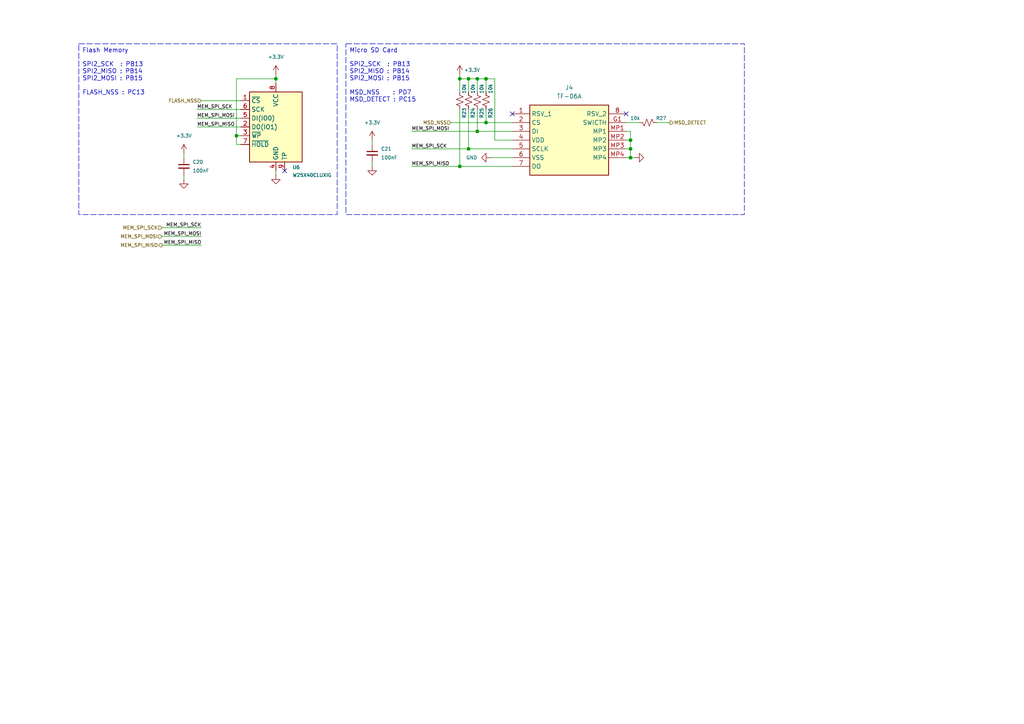
<source format=kicad_sch>
(kicad_sch (version 20250114) (generator "eeschema") (generator_version "9.0")
  (paper "A4")
  (title_block (title "STM32 Flight Controller") (date "2025-06-23") (rev "2.0.0 (WIP)") (company "NARAE") (comment 1 "INHA Univ. Areo-modelling Club") (comment 2 "2024 Winter UAV Project ") (comment 3 "Reversion 2"))
  (lib_symbols
    (symbol "Device:C_Small" (pin_numbers (hide yes)) (pin_names (offset 0.254) (hide yes))
      (property "Reference" "C" (at 0.254 1.778 0))
      (property "Value" "C_Small" (at 0.254 -2.032 0))
      (symbol "C_Small_0_1"
        (polyline (pts (xy -1.524 0.508) (xy 1.524 0.508)) (stroke (width 0.3048)))
        (polyline (pts (xy -1.524 -0.508) (xy 1.524 -0.508)) (stroke (width 0.3302)))
      )
      (symbol "C_Small_1_1"
        (pin passive line (at 0 2.54 270) (length 2.032) (name "~") (number "1"))
        (pin passive line (at 0 -2.54 90) (length 2.032) (name "~") (number "2"))
      )
    )
    (symbol "Device:R_Small_US" (pin_numbers (hide yes)) (pin_names (offset 0.254) (hide yes))
      (property "Reference" "R" (at 0.762 0.508 0))
      (property "Value" "R_Small_US" (at 0.762 -1.016 0))
      (symbol "R_Small_US_1_1"
        (polyline (pts (xy 0 1.524) (xy 1.016 1.143) (xy 0 0.762) (xy -1.016 0.381) (xy 0 0)))
        (polyline (pts (xy 0 0) (xy 1.016 -0.381) (xy 0 -0.762) (xy -1.016 -1.143) (xy 0 -1.524)))
        (pin passive line (at 0 2.54 270) (length 1.016) (name "~") (number "1"))
        (pin passive line (at 0 -2.54 90) (length 1.016) (name "~") (number "2"))
      )
    )
    (symbol "TF-06A:TF-06A"
      (property "Reference" "J" (at 29.21 7.62 0))
      (property "Value" "TF-06A" (at 29.21 5.08 0))
      (symbol "TF-06A_1_1"
        (rectangle (start 5.08 2.54) (end 27.94 -17.78) (stroke (width 0.254)) (fill (type background)))
        (pin passive line (at 0 0 0) (length 5.08) (name "RSV_1") (number "1"))
        (pin passive line (at 0 -2.54 0) (length 5.08) (name "CS") (number "2"))
        (pin passive line (at 0 -5.08 0) (length 5.08) (name "DI") (number "3"))
        (pin passive line (at 0 -7.62 0) (length 5.08) (name "VDD") (number "4"))
        (pin passive line (at 0 -10.16 0) (length 5.08) (name "SCLK") (number "5"))
        (pin passive line (at 0 -12.7 0) (length 5.08) (name "VSS") (number "6"))
        (pin passive line (at 0 -15.24 0) (length 5.08) (name "DO") (number "7"))
        (pin passive line (at 33.02 0 180) (length 5.08) (name "RSV_2") (number "8"))
        (pin passive line (at 33.02 -2.54 180) (length 5.08) (name "SWICTH") (number "G1"))
        (pin passive line (at 33.02 -5.08 180) (length 5.08) (name "MP1") (number "MP1"))
        (pin passive line (at 33.02 -7.62 180) (length 5.08) (name "MP2") (number "MP2"))
        (pin passive line (at 33.02 -10.16 180) (length 5.08) (name "MP3") (number "MP3"))
        (pin passive line (at 33.02 -12.7 180) (length 5.08) (name "MP4") (number "MP4"))
      )
    )
    (symbol "W25X40CLUX:W25X40CLUX"
      (property "Reference" "U" (at 0 0 0))
      (symbol "W25X40CLUX_0_1"
        (rectangle (start -7.62 10.16) (end 7.62 -10.16) (stroke (width 0.254)) (fill (type background)))
      )
      (symbol "W25X40CLUX_1_1"
        (pin input line (at -10.16 7.62 0) (length 2.54) (name "~{CS}") (number "1"))
        (pin input line (at -10.16 5.08 0) (length 2.54) (name "SCK") (number "6"))
        (pin bidirectional line (at -10.16 2.54 0) (length 2.54) (name "DI(IO0)") (number "5"))
        (pin bidirectional line (at -10.16 0 0) (length 2.54) (name "DO(IO1)") (number "2"))
        (pin bidirectional line (at -10.16 -2.54 0) (length 2.54) (name "~{WP}") (number "3"))
        (pin bidirectional line (at -10.16 -5.08 0) (length 2.54) (name "~{HOLD}") (number "7"))
        (pin power_in line (at 0 12.7 270) (length 2.54) (name "VCC") (number "8"))
        (pin power_in line (at 0 -12.7 90) (length 2.54) (name "GND") (number "4"))
        (pin power_in line (at 2.54 -12.7 90) (length 2.54) (name "TP") (number "9"))
      )
    )
    (symbol "power:+3.3V" (power) (pin_numbers (hide yes)) (pin_names (offset 0) (hide yes))
      (property "Value" "+3.3V" (at 0 3.556 0))
      (symbol "+3.3V_0_1"
        (polyline (pts (xy -0.762 1.27) (xy 0 2.54)))
        (polyline (pts (xy 0 2.54) (xy 0.762 1.27)))
        (polyline (pts (xy 0 0) (xy 0 2.54)))
      )
      (symbol "+3.3V_1_1"
        (pin power_in line (at 0 0 90) (length 0) (name "~") (number "1"))
      )
    )
    (symbol "power:GND" (power) (pin_numbers (hide yes)) (pin_names (offset 0) (hide yes))
      (property "Value" "GND" (at 0 -3.81 0))
      (symbol "GND_0_1"
        (polyline (pts (xy 0 0) (xy 0 -1.27) (xy 1.27 -1.27) (xy 0 -2.54) (xy -1.27 -1.27) (xy 0 -1.27)))
      )
      (symbol "GND_1_1"
        (pin power_in line (at 0 0 270) (length 0) (name "~") (number "1"))
      )
    )
  )
  (rectangle (start 22.86 12.7) (end 97.79 62.23) (stroke (width 0) (type dash)))
  (rectangle (start 100.33 12.7) (end 215.9 62.23) (stroke (width 0) (type dash)))
  (text "Micro SD Card" (at 101.346 15.494 0) (effects (font (size 1.27 1.27)) (justify left bottom)))
  (text "SPI2_SCK  : PB13\nSPI2_MISO : PB14\nSPI2_MOSI : PB15\n\nFLASH_NSS : PC13" (at 23.876 18.034 0) (effects (font (size 1.27 1.27)) (justify left top)))
  (text "Flash Memory" (at 23.876 15.494 0) (effects (font (size 1.27 1.27)) (justify left bottom)))
  (text "SPI2_SCK  : PB13\nSPI2_MISO : PB14\nSPI2_MOSI : PB15\n\nMSD_NSS    : PD7\nMSD_DETECT : PC15" (at 101.346 18.034 0) (effects (font (size 1.27 1.27)) (justify left top)))
  (junction (at 80.01 22.86))
  (junction (at 135.89 43.18))
  (junction (at 138.43 38.1))
  (junction (at 133.35 22.86))
  (junction (at 182.88 43.18))
  (junction (at 140.97 35.56))
  (junction (at 138.43 22.86))
  (junction (at 182.88 40.64))
  (junction (at 135.89 22.86))
  (junction (at 133.35 48.26))
  (junction (at 140.97 22.86))
  (junction (at 68.58 39.37))
  (junction (at 182.88 45.72))
  (no_connect (at 148.59 33.02))
  (no_connect (at 82.55 49.53))
  (no_connect (at 181.61 33.02))
  (wire (pts (xy 182.88 38.1) (xy 182.88 40.64)))
  (wire (pts (xy 133.35 22.86) (xy 133.35 26.67)))
  (wire (pts (xy 181.61 43.18) (xy 182.88 43.18)))
  (wire (pts (xy 133.35 48.26) (xy 148.59 48.26)))
  (wire (pts (xy 138.43 22.86) (xy 140.97 22.86)))
  (wire (pts (xy 46.99 66.04) (xy 58.42 66.04)))
  (wire (pts (xy 138.43 38.1) (xy 148.59 38.1)))
  (wire (pts (xy 68.58 22.86) (xy 80.01 22.86)))
  (wire (pts (xy 142.24 45.72) (xy 148.59 45.72)))
  (wire (pts (xy 143.51 40.64) (xy 143.51 22.86)))
  (wire (pts (xy 182.88 43.18) (xy 182.88 45.72)))
  (wire (pts (xy 140.97 35.56) (xy 148.59 35.56)))
  (wire (pts (xy 119.38 38.1) (xy 138.43 38.1)))
  (wire (pts (xy 119.38 48.26) (xy 133.35 48.26)))
  (wire (pts (xy 181.61 45.72) (xy 182.88 45.72)))
  (wire (pts (xy 130.81 35.56) (xy 140.97 35.56)))
  (wire (pts (xy 58.42 29.21) (xy 69.85 29.21)))
  (wire (pts (xy 68.58 22.86) (xy 68.58 39.37)))
  (wire (pts (xy 57.15 36.83) (xy 69.85 36.83)))
  (wire (pts (xy 107.95 46.99) (xy 107.95 48.26)))
  (wire (pts (xy 80.01 21.59) (xy 80.01 22.86)))
  (wire (pts (xy 135.89 43.18) (xy 148.59 43.18)))
  (wire (pts (xy 68.58 41.91) (xy 68.58 39.37)))
  (wire (pts (xy 133.35 31.75) (xy 133.35 48.26)))
  (wire (pts (xy 140.97 22.86) (xy 143.51 22.86)))
  (wire (pts (xy 138.43 22.86) (xy 138.43 26.67)))
  (wire (pts (xy 181.61 40.64) (xy 182.88 40.64)))
  (wire (pts (xy 135.89 22.86) (xy 135.89 26.67)))
  (wire (pts (xy 69.85 39.37) (xy 68.58 39.37)))
  (wire (pts (xy 181.61 38.1) (xy 182.88 38.1)))
  (wire (pts (xy 190.5 35.56) (xy 194.31 35.56)))
  (wire (pts (xy 135.89 22.86) (xy 138.43 22.86)))
  (wire (pts (xy 182.88 45.72) (xy 184.15 45.72)))
  (wire (pts (xy 138.43 31.75) (xy 138.43 38.1)))
  (wire (pts (xy 69.85 41.91) (xy 68.58 41.91)))
  (wire (pts (xy 53.34 50.8) (xy 53.34 52.07)))
  (wire (pts (xy 57.15 34.29) (xy 69.85 34.29)))
  (wire (pts (xy 80.01 49.53) (xy 80.01 50.8)))
  (wire (pts (xy 133.35 22.86) (xy 135.89 22.86)))
  (wire (pts (xy 133.35 21.59) (xy 133.35 22.86)))
  (wire (pts (xy 140.97 31.75) (xy 140.97 35.56)))
  (wire (pts (xy 185.42 35.56) (xy 181.61 35.56)))
  (wire (pts (xy 107.95 41.91) (xy 107.95 40.64)))
  (wire (pts (xy 182.88 40.64) (xy 182.88 43.18)))
  (wire (pts (xy 46.99 68.58) (xy 58.42 68.58)))
  (wire (pts (xy 119.38 43.18) (xy 135.89 43.18)))
  (wire (pts (xy 148.59 40.64) (xy 143.51 40.64)))
  (wire (pts (xy 46.99 71.12) (xy 58.42 71.12)))
  (wire (pts (xy 57.15 31.75) (xy 69.85 31.75)))
  (wire (pts (xy 53.34 45.72) (xy 53.34 44.45)))
  (wire (pts (xy 80.01 22.86) (xy 80.01 24.13)))
  (wire (pts (xy 135.89 31.75) (xy 135.89 43.18)))
  (wire (pts (xy 140.97 22.86) (xy 140.97 26.67)))
  (label "MEM_SPI_MISO" (at 57.15 36.83 0) (effects (font (size 1 1))))
  (label "MEM_SPI_SCK" (at 119.38 43.18 0) (effects (font (size 1 1))))
  (label "MEM_SPI_MOSI" (at 119.38 38.1 0) (effects (font (size 1 1))))
  (label "MEM_SPI_SCK" (at 57.15 31.75 0) (effects (font (size 1 1))))
  (label "MEM_SPI_SCK" (at 58.42 66.04 180) (effects (font (size 1 1))))
  (label "MEM_SPI_MOSI" (at 57.15 34.29 0) (effects (font (size 1 1))))
  (label "MEM_SPI_MISO" (at 58.42 71.12 180) (effects (font (size 1 1))))
  (label "MEM_SPI_MOSI" (at 58.42 68.58 180) (effects (font (size 1 1))))
  (label "MEM_SPI_MISO" (at 119.38 48.26 0) (effects (font (size 1 1))))
  (hierarchical_label "MEM_SPI_MOSI" (shape input) (at 46.99 68.58 180) (effects (font (size 1 1))))
  (hierarchical_label "MEM_SPI_MISO" (shape output) (at 46.99 71.12 180) (effects (font (size 1 1))))
  (hierarchical_label "MSD_DETECT" (shape output) (at 194.31 35.56 0) (effects (font (size 1 1))))
  (hierarchical_label "MEM_SPI_SCK" (shape input) (at 46.99 66.04 180) (effects (font (size 1 1))))
  (hierarchical_label "MSD_NSS" (shape input) (at 130.81 35.56 180) (effects (font (size 1 1))))
  (hierarchical_label "FLASH_NSS" (shape input) (at 58.42 29.21 180) (effects (font (size 1 1))))
  (symbol (lib_id "Device:R_Small_US") (at 138.43 29.21 0) (unit 1)
    (property "Reference" "R25" (at 139.7 31.242 90) (effects (font (size 1 1)) (justify right)))
    (property "Value" "10k" (at 139.7 27.178 90) (effects (font (size 1 1)) (justify left)))
    (property "Footprint" "Resistor_SMD:R_0402_1005Metric" (effects (hide yes)))
    (property "Description" "Resistor, small US symbol" (effects (hide yes)))
    (property "LCSC" "C25531" (effects (hide yes)))
  )
  (symbol (lib_id "power:+3.3V") (at 53.34 44.45 0) (unit 1)
    (property "Reference" "#PWR054" (effects (hide yes)))
    (property "Value" "+3.3V" (at 53.34 39.37 0) (effects (font (size 1 1))))
    (property "Description" "Power symbol creates a global label with name \"+3.3V\"" (effects (hide yes)))
  )
  (symbol (lib_id "Device:R_Small_US") (at 187.96 35.56 270) (mirror x) (unit 1)
    (property "Reference" "R27" (at 190.246 34.29 90) (effects (font (size 1 1)) (justify left)))
    (property "Value" "10k" (at 185.674 34.29 90) (effects (font (size 1 1)) (justify right)))
    (property "Footprint" "Resistor_SMD:R_0402_1005Metric" (effects (hide yes)))
    (property "Description" "Resistor, small US symbol" (effects (hide yes)))
    (property "LCSC" "C25531" (effects (hide yes)))
  )
  (symbol (lib_id "power:GND") (at 107.95 48.26 0) (unit 1)
    (property "Reference" "#PWR059" (effects (hide yes)))
    (property "Value" "GND" (effects (hide yes)))
    (property "Description" "Power symbol creates a global label with name \"GND\" , ground" (effects (hide yes)))
  )
  (symbol (lib_id "power:GND") (at 53.34 52.07 0) (unit 1)
    (property "Reference" "#PWR055" (effects (hide yes)))
    (property "Value" "GND" (effects (hide yes)))
    (property "Description" "Power symbol creates a global label with name \"GND\" , ground" (effects (hide yes)))
  )
  (symbol (lib_id "power:GND") (at 184.15 45.72 90) (unit 1)
    (property "Reference" "#PWR062" (effects (hide yes)))
    (property "Value" "GND" (effects (hide yes)))
    (property "Description" "Power symbol creates a global label with name \"GND\" , ground" (effects (hide yes)))
  )
  (symbol (lib_id "Device:R_Small_US") (at 135.89 29.21 0) (unit 1)
    (property "Reference" "R24" (at 137.16 31.242 90) (effects (font (size 1 1)) (justify right)))
    (property "Value" "10k" (at 137.16 27.178 90) (effects (font (size 1 1)) (justify left)))
    (property "Footprint" "Resistor_SMD:R_0402_1005Metric" (effects (hide yes)))
    (property "Description" "Resistor, small US symbol" (effects (hide yes)))
    (property "LCSC" "C25531" (effects (hide yes)))
  )
  (symbol (lib_id "Device:R_Small_US") (at 133.35 29.21 0) (unit 1)
    (property "Reference" "R23" (at 134.62 31.242 90) (effects (font (size 1 1)) (justify right)))
    (property "Value" "10k" (at 134.62 27.178 90) (effects (font (size 1 1)) (justify left)))
    (property "Footprint" "Resistor_SMD:R_0402_1005Metric" (effects (hide yes)))
    (property "Description" "Resistor, small US symbol" (effects (hide yes)))
    (property "LCSC" "C25531" (effects (hide yes)))
  )
  (symbol (lib_id "TF-06A:TF-06A") (at 148.59 33.02 0) (unit 1)
    (property "Reference" "J4" (at 165.1 25.4 0))
    (property "Value" "TF-06A" (at 165.1 27.94 0))
    (property "Footprint" "TF06A" (effects (hide yes)))
    (property "Datasheet" "https://datasheet.lcsc.com/lcsc/2007171934_Korean-Hroparts-Elec-TF-06A_C693844.pdf" (effects (hide yes)))
    (property "Description" "-40+85 1.5mm Deck MicroSD card (TF card) Pluggable SMD  SD Card Connectors ROHS" (effects (hide yes)))
    (property "Height" "1.6" (effects (hide yes)))
    (property "Manufacturer_Name" "Korean Hroparts Elec" (effects (hide yes)))
    (property "Manufacturer_Part_Number" "TF-06A" (effects (hide yes)))
    (property "LCSC" "C693844" (effects (hide yes)))
  )
  (symbol (lib_id "power:+3.3V") (at 80.01 21.59 0) (unit 1)
    (property "Reference" "#PWR056" (effects (hide yes)))
    (property "Value" "+3.3V" (at 80.01 16.51 0) (effects (font (size 1 1))))
    (property "Description" "Power symbol creates a global label with name \"+3.3V\"" (effects (hide yes)))
  )
  (symbol (lib_id "power:GND") (at 142.24 45.72 270) (unit 1)
    (property "Reference" "#PWR061" (effects (hide yes)))
    (property "Value" "GND" (at 138.43 45.72 90) (effects (font (size 1 1)) (justify right)))
    (property "Description" "Power symbol creates a global label with name \"GND\" , ground" (effects (hide yes)))
  )
  (symbol (lib_id "Device:C_Small") (at 53.34 48.26 0) (unit 1)
    (property "Reference" "C20" (at 55.88 46.99 0) (effects (font (size 1 1)) (justify left)))
    (property "Value" "100nF" (at 55.88 49.53 0) (effects (font (size 1 1)) (justify left)))
    (property "Footprint" "Capacitor_SMD:C_0402_1005Metric" (effects (hide yes)))
    (property "Description" "Unpolarized capacitor, small symbol" (effects (hide yes)))
    (property "LCSC" "C1525" (effects (hide yes)))
  )
  (symbol (lib_id "Device:C_Small") (at 107.95 44.45 0) (unit 1)
    (property "Reference" "C21" (at 110.49 43.18 0) (effects (font (size 1 1)) (justify left)))
    (property "Value" "100nF" (at 110.49 45.72 0) (effects (font (size 1 1)) (justify left)))
    (property "Footprint" "Capacitor_SMD:C_0402_1005Metric" (effects (hide yes)))
    (property "Description" "Unpolarized capacitor, small symbol" (effects (hide yes)))
    (property "LCSC" "C1525" (effects (hide yes)))
  )
  (symbol (lib_id "Device:R_Small_US") (at 140.97 29.21 0) (unit 1)
    (property "Reference" "R26" (at 142.24 31.242 90) (effects (font (size 1 1)) (justify right)))
    (property "Value" "10k" (at 142.24 27.178 90) (effects (font (size 1 1)) (justify left)))
    (property "Footprint" "Resistor_SMD:R_0402_1005Metric" (effects (hide yes)))
    (property "Description" "Resistor, small US symbol" (effects (hide yes)))
    (property "LCSC" "C25531" (effects (hide yes)))
  )
  (symbol (lib_id "power:+3.3V") (at 107.95 40.64 0) (unit 1)
    (property "Reference" "#PWR058" (effects (hide yes)))
    (property "Value" "+3.3V" (at 107.95 35.56 0) (effects (font (size 1 1))))
    (property "Description" "Power symbol creates a global label with name \"+3.3V\"" (effects (hide yes)))
  )
  (symbol (lib_id "power:GND") (at 80.01 50.8 0) (unit 1)
    (property "Reference" "#PWR057" (effects (hide yes)))
    (property "Value" "GND" (effects (hide yes)))
    (property "Description" "Power symbol creates a global label with name \"GND\" , ground" (effects (hide yes)))
  )
  (symbol (lib_id "W25X40CLUX:W25X40CLUX") (at 80.01 36.83 0) (unit 1)
    (property "Reference" "U6" (at 84.836 48.514 0) (effects (font (size 1 1)) (justify left)))
    (property "Value" "W25X40CLUXIG" (at 84.836 50.8 0) (effects (font (size 1 1)) (justify left)))
    (property "Footprint" "W25X40CLUX:USON_LUXIG_TR_HandSolder" (effects (hide yes)))
    (property "Datasheet" "kicad-embed://w25x40cl_f 20140325.pdf" (effects (hide yes)))
    (property "LCSC" "C401661" (effects (hide yes)))
  )
  (symbol (lib_id "power:+3.3V") (at 133.35 21.59 0) (unit 1)
    (property "Reference" "#PWR060" (effects (hide yes)))
    (property "Value" "+3.3V" (at 136.906 20.32 0) (effects (font (size 1 1))))
    (property "Description" "Power symbol creates a global label with name \"+3.3V\"" (effects (hide yes)))
  )
)
</source>
